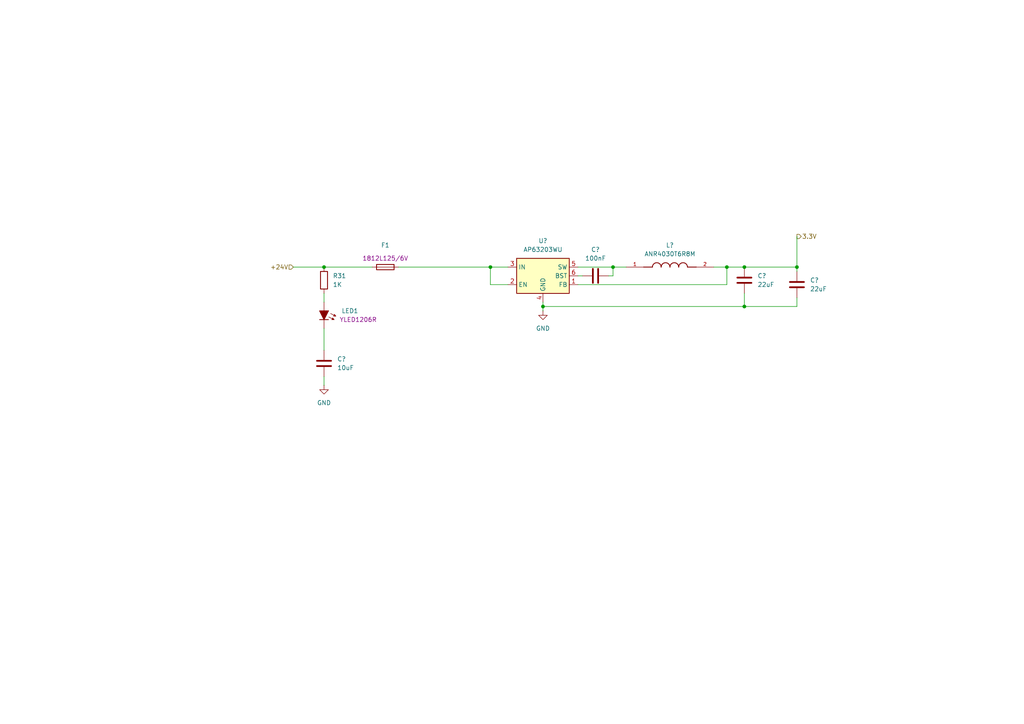
<source format=kicad_sch>
(kicad_sch
	(version 20250114)
	(generator "eeschema")
	(generator_version "9.0")
	(uuid "dd1d3460-8548-495b-9f16-98ec10e59d49")
	(paper "A4")
	(lib_symbols
		(symbol "Device:Fuse"
			(pin_numbers
				(hide yes)
			)
			(pin_names
				(offset 0)
			)
			(exclude_from_sim no)
			(in_bom yes)
			(on_board yes)
			(property "Reference" "F"
				(at 2.032 0 90)
				(effects
					(font
						(size 1.27 1.27)
					)
				)
			)
			(property "Value" "Fuse"
				(at -1.905 0 90)
				(effects
					(font
						(size 1.27 1.27)
					)
				)
			)
			(property "Footprint" ""
				(at -1.778 0 90)
				(effects
					(font
						(size 1.27 1.27)
					)
					(hide yes)
				)
			)
			(property "Datasheet" "~"
				(at 0 0 0)
				(effects
					(font
						(size 1.27 1.27)
					)
					(hide yes)
				)
			)
			(property "Description" "Fuse"
				(at 0 0 0)
				(effects
					(font
						(size 1.27 1.27)
					)
					(hide yes)
				)
			)
			(property "ki_keywords" "fuse"
				(at 0 0 0)
				(effects
					(font
						(size 1.27 1.27)
					)
					(hide yes)
				)
			)
			(property "ki_fp_filters" "*Fuse*"
				(at 0 0 0)
				(effects
					(font
						(size 1.27 1.27)
					)
					(hide yes)
				)
			)
			(symbol "Fuse_0_1"
				(rectangle
					(start -0.762 -2.54)
					(end 0.762 2.54)
					(stroke
						(width 0.254)
						(type default)
					)
					(fill
						(type none)
					)
				)
				(polyline
					(pts
						(xy 0 2.54) (xy 0 -2.54)
					)
					(stroke
						(width 0)
						(type default)
					)
					(fill
						(type none)
					)
				)
			)
			(symbol "Fuse_1_1"
				(pin passive line
					(at 0 3.81 270)
					(length 1.27)
					(name "~"
						(effects
							(font
								(size 1.27 1.27)
							)
						)
					)
					(number "1"
						(effects
							(font
								(size 1.27 1.27)
							)
						)
					)
				)
				(pin passive line
					(at 0 -3.81 90)
					(length 1.27)
					(name "~"
						(effects
							(font
								(size 1.27 1.27)
							)
						)
					)
					(number "2"
						(effects
							(font
								(size 1.27 1.27)
							)
						)
					)
				)
			)
			(embedded_fonts no)
		)
		(symbol "LED_AKL:LED_1.8mm_SMD"
			(pin_numbers
				(hide yes)
			)
			(pin_names
				(offset 1.016)
				(hide yes)
			)
			(exclude_from_sim no)
			(in_bom yes)
			(on_board yes)
			(property "Reference" "LED"
				(at 0 7.62 0)
				(effects
					(font
						(size 1.27 1.27)
					)
				)
			)
			(property "Value" "LED_1.8mm_SMD"
				(at 0 5.08 0)
				(effects
					(font
						(size 1.27 1.27)
					)
				)
			)
			(property "Footprint" "LED_SMD_AKL:LED_1.8mm_GullWing"
				(at 0 0 0)
				(effects
					(font
						(size 1.27 1.27)
					)
					(hide yes)
				)
			)
			(property "Datasheet" "~"
				(at 0 0 0)
				(effects
					(font
						(size 1.27 1.27)
					)
					(hide yes)
				)
			)
			(property "Description" "LED, Generic 1.8mm SMD subminiature gull wing, Alternate KiCad Library"
				(at 0 0 0)
				(effects
					(font
						(size 1.27 1.27)
					)
					(hide yes)
				)
			)
			(property "ki_keywords" "LED diode generic 1.8mm SMD gull wing subminiature"
				(at 0 0 0)
				(effects
					(font
						(size 1.27 1.27)
					)
					(hide yes)
				)
			)
			(property "ki_fp_filters" "LED* LED_SMD:* LED_THT:*"
				(at 0 0 0)
				(effects
					(font
						(size 1.27 1.27)
					)
					(hide yes)
				)
			)
			(symbol "LED_1.8mm_SMD_0_1"
				(polyline
					(pts
						(xy -1.27 1.27) (xy -1.27 -1.27) (xy 1.27 0) (xy -1.27 1.27)
					)
					(stroke
						(width 0.254)
						(type default)
					)
					(fill
						(type outline)
					)
				)
				(polyline
					(pts
						(xy -0.508 1.905) (xy 0.254 3.429)
					)
					(stroke
						(width 0.1524)
						(type default)
					)
					(fill
						(type none)
					)
				)
				(polyline
					(pts
						(xy 0 2.921) (xy -0.254 3.048)
					)
					(stroke
						(width 0.1524)
						(type default)
					)
					(fill
						(type none)
					)
				)
				(polyline
					(pts
						(xy 0 2.921) (xy 0.254 2.794)
					)
					(stroke
						(width 0.1524)
						(type default)
					)
					(fill
						(type none)
					)
				)
				(polyline
					(pts
						(xy 0.254 2.794) (xy -0.254 3.048) (xy 0.254 3.429) (xy 0.254 2.794)
					)
					(stroke
						(width 0.1524)
						(type default)
					)
					(fill
						(type outline)
					)
				)
				(polyline
					(pts
						(xy 0.508 1.397) (xy 1.27 2.921)
					)
					(stroke
						(width 0.1524)
						(type default)
					)
					(fill
						(type none)
					)
				)
				(polyline
					(pts
						(xy 1.016 2.413) (xy 0.762 2.54)
					)
					(stroke
						(width 0.1524)
						(type default)
					)
					(fill
						(type none)
					)
				)
				(polyline
					(pts
						(xy 1.016 2.413) (xy 1.27 2.286)
					)
					(stroke
						(width 0.1524)
						(type default)
					)
					(fill
						(type none)
					)
				)
				(polyline
					(pts
						(xy 1.27 2.286) (xy 0.762 2.54) (xy 1.27 2.921) (xy 1.27 2.286)
					)
					(stroke
						(width 0.1524)
						(type default)
					)
					(fill
						(type outline)
					)
				)
				(polyline
					(pts
						(xy 1.27 1.27) (xy 1.27 -1.27)
					)
					(stroke
						(width 0.254)
						(type default)
					)
					(fill
						(type none)
					)
				)
				(polyline
					(pts
						(xy 1.27 0) (xy -1.27 0)
					)
					(stroke
						(width 0)
						(type default)
					)
					(fill
						(type none)
					)
				)
			)
			(symbol "LED_1.8mm_SMD_0_2"
				(polyline
					(pts
						(xy -2.54 -2.54) (xy 2.54 2.54)
					)
					(stroke
						(width 0)
						(type default)
					)
					(fill
						(type none)
					)
				)
				(polyline
					(pts
						(xy -2.159 2.413) (xy -2.286 1.778) (xy -1.6764 1.9812) (xy -2.159 2.413)
					)
					(stroke
						(width 0)
						(type default)
					)
					(fill
						(type outline)
					)
				)
				(polyline
					(pts
						(xy -1.651 0.889) (xy -2.159 2.413)
					)
					(stroke
						(width 0)
						(type default)
					)
					(fill
						(type none)
					)
				)
				(polyline
					(pts
						(xy -1.016 2.794) (xy -1.143 2.159) (xy -0.5334 2.3622) (xy -1.016 2.794)
					)
					(stroke
						(width 0)
						(type default)
					)
					(fill
						(type outline)
					)
				)
				(polyline
					(pts
						(xy -0.889 -0.889) (xy -1.778 0) (xy 0.889 0.889) (xy 0 -1.778) (xy -0.889 -0.889)
					)
					(stroke
						(width 0.254)
						(type default)
					)
					(fill
						(type outline)
					)
				)
				(polyline
					(pts
						(xy -0.508 1.27) (xy -1.016 2.794)
					)
					(stroke
						(width 0)
						(type default)
					)
					(fill
						(type none)
					)
				)
				(polyline
					(pts
						(xy 0 1.778) (xy 1.778 0)
					)
					(stroke
						(width 0.254)
						(type default)
					)
					(fill
						(type none)
					)
				)
			)
			(symbol "LED_1.8mm_SMD_1_1"
				(pin passive line
					(at -3.81 0 0)
					(length 2.54)
					(name "A"
						(effects
							(font
								(size 1.27 1.27)
							)
						)
					)
					(number "2"
						(effects
							(font
								(size 1.27 1.27)
							)
						)
					)
				)
				(pin passive line
					(at 3.81 0 180)
					(length 2.54)
					(name "K"
						(effects
							(font
								(size 1.27 1.27)
							)
						)
					)
					(number "1"
						(effects
							(font
								(size 1.27 1.27)
							)
						)
					)
				)
			)
			(symbol "LED_1.8mm_SMD_1_2"
				(pin passive line
					(at -2.54 -2.54 0)
					(length 0)
					(name "A"
						(effects
							(font
								(size 1.27 1.27)
							)
						)
					)
					(number "2"
						(effects
							(font
								(size 1.27 1.27)
							)
						)
					)
				)
				(pin passive line
					(at 2.54 2.54 180)
					(length 0)
					(name "K"
						(effects
							(font
								(size 1.27 1.27)
							)
						)
					)
					(number "1"
						(effects
							(font
								(size 1.27 1.27)
							)
						)
					)
				)
			)
			(embedded_fonts no)
		)
		(symbol "NR6028T4R7M:NR6028T4R7M"
			(pin_names
				(offset 1.016)
			)
			(exclude_from_sim no)
			(in_bom yes)
			(on_board yes)
			(property "Reference" "L"
				(at -5.08 2.54 0)
				(effects
					(font
						(size 1.27 1.27)
					)
					(justify left bottom)
				)
			)
			(property "Value" "NR6028T4R7M"
				(at -5.08 -2.54 0)
				(effects
					(font
						(size 1.27 1.27)
					)
					(justify left bottom)
				)
			)
			(property "Footprint" "NR6028T4R7M:IND_NR6028T4R7M"
				(at 0 0 0)
				(effects
					(font
						(size 1.27 1.27)
					)
					(justify bottom)
					(hide yes)
				)
			)
			(property "Datasheet" ""
				(at 0 0 0)
				(effects
					(font
						(size 1.27 1.27)
					)
					(hide yes)
				)
			)
			(property "Description" ""
				(at 0 0 0)
				(effects
					(font
						(size 1.27 1.27)
					)
					(hide yes)
				)
			)
			(property "MF" "Taiyo Yuden"
				(at 0 0 0)
				(effects
					(font
						(size 1.27 1.27)
					)
					(justify bottom)
					(hide yes)
				)
			)
			(property "Description_1" "4.7 µH Semi-Shielded Drum Core, Wirewound Inductor 3 A 40.3mOhm Max Nonstandard"
				(at 0 0 0)
				(effects
					(font
						(size 1.27 1.27)
					)
					(justify bottom)
					(hide yes)
				)
			)
			(property "Package" "Nonstandard Taiyo Yuden"
				(at 0 0 0)
				(effects
					(font
						(size 1.27 1.27)
					)
					(justify bottom)
					(hide yes)
				)
			)
			(property "Price" "None"
				(at 0 0 0)
				(effects
					(font
						(size 1.27 1.27)
					)
					(justify bottom)
					(hide yes)
				)
			)
			(property "Check_prices" "https://www.snapeda.com/parts/NR6028T4R7M/Taiyo+Yuden/view-part/?ref=eda"
				(at 0 0 0)
				(effects
					(font
						(size 1.27 1.27)
					)
					(justify bottom)
					(hide yes)
				)
			)
			(property "STANDARD" "Manufacturer Recommendation"
				(at 0 0 0)
				(effects
					(font
						(size 1.27 1.27)
					)
					(justify bottom)
					(hide yes)
				)
			)
			(property "SnapEDA_Link" "https://www.snapeda.com/parts/NR6028T4R7M/Taiyo+Yuden/view-part/?ref=snap"
				(at 0 0 0)
				(effects
					(font
						(size 1.27 1.27)
					)
					(justify bottom)
					(hide yes)
				)
			)
			(property "MP" "NR6028T4R7M"
				(at 0 0 0)
				(effects
					(font
						(size 1.27 1.27)
					)
					(justify bottom)
					(hide yes)
				)
			)
			(property "Availability" "In Stock"
				(at 0 0 0)
				(effects
					(font
						(size 1.27 1.27)
					)
					(justify bottom)
					(hide yes)
				)
			)
			(property "MANUFACTURER" "Taiyo Yuden"
				(at 0 0 0)
				(effects
					(font
						(size 1.27 1.27)
					)
					(justify bottom)
					(hide yes)
				)
			)
			(symbol "NR6028T4R7M_0_0"
				(polyline
					(pts
						(xy -5.08 0) (xy -7.62 0)
					)
					(stroke
						(width 0.254)
						(type default)
					)
					(fill
						(type none)
					)
				)
				(arc
					(start -5.08 0)
					(mid -3.81 1.2645)
					(end -2.54 0)
					(stroke
						(width 0.254)
						(type default)
					)
					(fill
						(type none)
					)
				)
				(arc
					(start -2.54 0)
					(mid -1.27 1.2645)
					(end 0 0)
					(stroke
						(width 0.254)
						(type default)
					)
					(fill
						(type none)
					)
				)
				(arc
					(start 0 0)
					(mid 1.27 1.2645)
					(end 2.54 0)
					(stroke
						(width 0.254)
						(type default)
					)
					(fill
						(type none)
					)
				)
				(arc
					(start 2.54 0)
					(mid 3.81 1.2645)
					(end 5.08 0)
					(stroke
						(width 0.254)
						(type default)
					)
					(fill
						(type none)
					)
				)
				(polyline
					(pts
						(xy 5.08 0) (xy 7.62 0)
					)
					(stroke
						(width 0.254)
						(type default)
					)
					(fill
						(type none)
					)
				)
				(pin passive line
					(at -12.7 0 0)
					(length 5.08)
					(name "~"
						(effects
							(font
								(size 1.016 1.016)
							)
						)
					)
					(number "1"
						(effects
							(font
								(size 1.016 1.016)
							)
						)
					)
				)
				(pin passive line
					(at 12.7 0 180)
					(length 5.08)
					(name "~"
						(effects
							(font
								(size 1.016 1.016)
							)
						)
					)
					(number "2"
						(effects
							(font
								(size 1.016 1.016)
							)
						)
					)
				)
			)
			(embedded_fonts no)
		)
		(symbol "PCM_Capacitor_AKL:C_0603"
			(pin_numbers
				(hide yes)
			)
			(pin_names
				(offset 0.254)
			)
			(exclude_from_sim no)
			(in_bom yes)
			(on_board yes)
			(property "Reference" "C"
				(at 0.635 2.54 0)
				(effects
					(font
						(size 1.27 1.27)
					)
					(justify left)
				)
			)
			(property "Value" "C_0603"
				(at 0.635 -2.54 0)
				(effects
					(font
						(size 1.27 1.27)
					)
					(justify left)
				)
			)
			(property "Footprint" "PCM_Capacitor_SMD_AKL:C_0603_1608Metric"
				(at 0.9652 -3.81 0)
				(effects
					(font
						(size 1.27 1.27)
					)
					(hide yes)
				)
			)
			(property "Datasheet" "~"
				(at 0 0 0)
				(effects
					(font
						(size 1.27 1.27)
					)
					(hide yes)
				)
			)
			(property "Description" "SMD 0603 MLCC capacitor, Alternate KiCad Library"
				(at 0 0 0)
				(effects
					(font
						(size 1.27 1.27)
					)
					(hide yes)
				)
			)
			(property "ki_keywords" "cap capacitor ceramic chip mlcc smd 0603"
				(at 0 0 0)
				(effects
					(font
						(size 1.27 1.27)
					)
					(hide yes)
				)
			)
			(property "ki_fp_filters" "C_*"
				(at 0 0 0)
				(effects
					(font
						(size 1.27 1.27)
					)
					(hide yes)
				)
			)
			(symbol "C_0603_0_1"
				(polyline
					(pts
						(xy -2.032 0.762) (xy 2.032 0.762)
					)
					(stroke
						(width 0.508)
						(type default)
					)
					(fill
						(type none)
					)
				)
				(polyline
					(pts
						(xy -2.032 -0.762) (xy 2.032 -0.762)
					)
					(stroke
						(width 0.508)
						(type default)
					)
					(fill
						(type none)
					)
				)
			)
			(symbol "C_0603_0_2"
				(polyline
					(pts
						(xy -2.54 -2.54) (xy -0.381 -0.381)
					)
					(stroke
						(width 0)
						(type default)
					)
					(fill
						(type none)
					)
				)
				(polyline
					(pts
						(xy -0.508 -0.508) (xy -1.651 0.635)
					)
					(stroke
						(width 0.508)
						(type default)
					)
					(fill
						(type none)
					)
				)
				(polyline
					(pts
						(xy -0.508 -0.508) (xy 0.635 -1.651)
					)
					(stroke
						(width 0.508)
						(type default)
					)
					(fill
						(type none)
					)
				)
				(polyline
					(pts
						(xy 0.381 0.381) (xy 2.54 2.54)
					)
					(stroke
						(width 0)
						(type default)
					)
					(fill
						(type none)
					)
				)
				(polyline
					(pts
						(xy 0.508 0.508) (xy -0.635 1.651)
					)
					(stroke
						(width 0.508)
						(type default)
					)
					(fill
						(type none)
					)
				)
				(polyline
					(pts
						(xy 0.508 0.508) (xy 1.651 -0.635)
					)
					(stroke
						(width 0.508)
						(type default)
					)
					(fill
						(type none)
					)
				)
			)
			(symbol "C_0603_1_1"
				(pin passive line
					(at 0 3.81 270)
					(length 2.794)
					(name "~"
						(effects
							(font
								(size 1.27 1.27)
							)
						)
					)
					(number "1"
						(effects
							(font
								(size 1.27 1.27)
							)
						)
					)
				)
				(pin passive line
					(at 0 -3.81 90)
					(length 2.794)
					(name "~"
						(effects
							(font
								(size 1.27 1.27)
							)
						)
					)
					(number "2"
						(effects
							(font
								(size 1.27 1.27)
							)
						)
					)
				)
			)
			(symbol "C_0603_1_2"
				(pin passive line
					(at -2.54 -2.54 90)
					(length 0)
					(name "~"
						(effects
							(font
								(size 1.27 1.27)
							)
						)
					)
					(number "2"
						(effects
							(font
								(size 1.27 1.27)
							)
						)
					)
				)
				(pin passive line
					(at 2.54 2.54 270)
					(length 0)
					(name "~"
						(effects
							(font
								(size 1.27 1.27)
							)
						)
					)
					(number "1"
						(effects
							(font
								(size 1.27 1.27)
							)
						)
					)
				)
			)
			(embedded_fonts no)
		)
		(symbol "Regulator_Switching:AP63203WU"
			(exclude_from_sim no)
			(in_bom yes)
			(on_board yes)
			(property "Reference" "U"
				(at -7.62 6.35 0)
				(effects
					(font
						(size 1.27 1.27)
					)
				)
			)
			(property "Value" "AP63203WU"
				(at 2.54 6.35 0)
				(effects
					(font
						(size 1.27 1.27)
					)
				)
			)
			(property "Footprint" "Package_TO_SOT_SMD:TSOT-23-6"
				(at 0 -22.86 0)
				(effects
					(font
						(size 1.27 1.27)
					)
					(hide yes)
				)
			)
			(property "Datasheet" "https://www.diodes.com/assets/Datasheets/AP63200-AP63201-AP63203-AP63205.pdf"
				(at 0 0 0)
				(effects
					(font
						(size 1.27 1.27)
					)
					(hide yes)
				)
			)
			(property "Description" "2A, 1.1MHz Buck DC/DC Converter, fixed 3.3V output voltage, TSOT-23-6"
				(at 0 0 0)
				(effects
					(font
						(size 1.27 1.27)
					)
					(hide yes)
				)
			)
			(property "ki_keywords" "2A Buck DC/DC"
				(at 0 0 0)
				(effects
					(font
						(size 1.27 1.27)
					)
					(hide yes)
				)
			)
			(property "ki_fp_filters" "TSOT?23*"
				(at 0 0 0)
				(effects
					(font
						(size 1.27 1.27)
					)
					(hide yes)
				)
			)
			(symbol "AP63203WU_0_1"
				(rectangle
					(start -7.62 5.08)
					(end 7.62 -5.08)
					(stroke
						(width 0.254)
						(type default)
					)
					(fill
						(type background)
					)
				)
			)
			(symbol "AP63203WU_1_1"
				(pin power_in line
					(at -10.16 2.54 0)
					(length 2.54)
					(name "IN"
						(effects
							(font
								(size 1.27 1.27)
							)
						)
					)
					(number "3"
						(effects
							(font
								(size 1.27 1.27)
							)
						)
					)
				)
				(pin input line
					(at -10.16 -2.54 0)
					(length 2.54)
					(name "EN"
						(effects
							(font
								(size 1.27 1.27)
							)
						)
					)
					(number "2"
						(effects
							(font
								(size 1.27 1.27)
							)
						)
					)
				)
				(pin power_in line
					(at 0 -7.62 90)
					(length 2.54)
					(name "GND"
						(effects
							(font
								(size 1.27 1.27)
							)
						)
					)
					(number "4"
						(effects
							(font
								(size 1.27 1.27)
							)
						)
					)
				)
				(pin output line
					(at 10.16 2.54 180)
					(length 2.54)
					(name "SW"
						(effects
							(font
								(size 1.27 1.27)
							)
						)
					)
					(number "5"
						(effects
							(font
								(size 1.27 1.27)
							)
						)
					)
				)
				(pin passive line
					(at 10.16 0 180)
					(length 2.54)
					(name "BST"
						(effects
							(font
								(size 1.27 1.27)
							)
						)
					)
					(number "6"
						(effects
							(font
								(size 1.27 1.27)
							)
						)
					)
				)
				(pin input line
					(at 10.16 -2.54 180)
					(length 2.54)
					(name "FB"
						(effects
							(font
								(size 1.27 1.27)
							)
						)
					)
					(number "1"
						(effects
							(font
								(size 1.27 1.27)
							)
						)
					)
				)
			)
			(embedded_fonts no)
		)
		(symbol "Resistor_AKL:R_0603"
			(pin_numbers
				(hide yes)
			)
			(pin_names
				(offset 0)
			)
			(exclude_from_sim no)
			(in_bom yes)
			(on_board yes)
			(property "Reference" "R"
				(at 2.54 1.27 0)
				(effects
					(font
						(size 1.27 1.27)
					)
					(justify left)
				)
			)
			(property "Value" "R_0603"
				(at 2.54 -1.27 0)
				(effects
					(font
						(size 1.27 1.27)
					)
					(justify left)
				)
			)
			(property "Footprint" "Resistor_SMD_AKL:R_0603_1608Metric"
				(at 0 -11.43 0)
				(effects
					(font
						(size 1.27 1.27)
					)
					(hide yes)
				)
			)
			(property "Datasheet" "~"
				(at 0 0 0)
				(effects
					(font
						(size 1.27 1.27)
					)
					(hide yes)
				)
			)
			(property "Description" "SMD 0603 Chip Resistor, European Symbol, Alternate KiCad Library"
				(at 0 0 0)
				(effects
					(font
						(size 1.27 1.27)
					)
					(hide yes)
				)
			)
			(property "ki_keywords" "R res resistor eu SMD 0603"
				(at 0 0 0)
				(effects
					(font
						(size 1.27 1.27)
					)
					(hide yes)
				)
			)
			(property "ki_fp_filters" "R_*"
				(at 0 0 0)
				(effects
					(font
						(size 1.27 1.27)
					)
					(hide yes)
				)
			)
			(symbol "R_0603_0_1"
				(rectangle
					(start -1.016 2.54)
					(end 1.016 -2.54)
					(stroke
						(width 0.254)
						(type default)
					)
					(fill
						(type none)
					)
				)
			)
			(symbol "R_0603_0_2"
				(polyline
					(pts
						(xy -2.54 -2.54) (xy -1.524 -1.524)
					)
					(stroke
						(width 0)
						(type default)
					)
					(fill
						(type none)
					)
				)
				(polyline
					(pts
						(xy 1.524 1.524) (xy 2.54 2.54)
					)
					(stroke
						(width 0)
						(type default)
					)
					(fill
						(type none)
					)
				)
				(polyline
					(pts
						(xy 1.524 1.524) (xy 0.889 2.159) (xy -2.159 -0.889) (xy -0.889 -2.159) (xy 2.159 0.889) (xy 1.524 1.524)
					)
					(stroke
						(width 0.254)
						(type default)
					)
					(fill
						(type none)
					)
				)
			)
			(symbol "R_0603_1_1"
				(pin passive line
					(at 0 3.81 270)
					(length 1.27)
					(name "~"
						(effects
							(font
								(size 1.27 1.27)
							)
						)
					)
					(number "1"
						(effects
							(font
								(size 1.27 1.27)
							)
						)
					)
				)
				(pin passive line
					(at 0 -3.81 90)
					(length 1.27)
					(name "~"
						(effects
							(font
								(size 1.27 1.27)
							)
						)
					)
					(number "2"
						(effects
							(font
								(size 1.27 1.27)
							)
						)
					)
				)
			)
			(symbol "R_0603_1_2"
				(pin passive line
					(at -2.54 -2.54 0)
					(length 0)
					(name ""
						(effects
							(font
								(size 1.27 1.27)
							)
						)
					)
					(number "2"
						(effects
							(font
								(size 1.27 1.27)
							)
						)
					)
				)
				(pin passive line
					(at 2.54 2.54 180)
					(length 0)
					(name ""
						(effects
							(font
								(size 1.27 1.27)
							)
						)
					)
					(number "1"
						(effects
							(font
								(size 1.27 1.27)
							)
						)
					)
				)
			)
			(embedded_fonts no)
		)
		(symbol "power:GND"
			(power)
			(pin_numbers
				(hide yes)
			)
			(pin_names
				(offset 0)
				(hide yes)
			)
			(exclude_from_sim no)
			(in_bom yes)
			(on_board yes)
			(property "Reference" "#PWR"
				(at 0 -6.35 0)
				(effects
					(font
						(size 1.27 1.27)
					)
					(hide yes)
				)
			)
			(property "Value" "GND"
				(at 0 -3.81 0)
				(effects
					(font
						(size 1.27 1.27)
					)
				)
			)
			(property "Footprint" ""
				(at 0 0 0)
				(effects
					(font
						(size 1.27 1.27)
					)
					(hide yes)
				)
			)
			(property "Datasheet" ""
				(at 0 0 0)
				(effects
					(font
						(size 1.27 1.27)
					)
					(hide yes)
				)
			)
			(property "Description" "Power symbol creates a global label with name \"GND\" , ground"
				(at 0 0 0)
				(effects
					(font
						(size 1.27 1.27)
					)
					(hide yes)
				)
			)
			(property "ki_keywords" "global power"
				(at 0 0 0)
				(effects
					(font
						(size 1.27 1.27)
					)
					(hide yes)
				)
			)
			(symbol "GND_0_1"
				(polyline
					(pts
						(xy 0 0) (xy 0 -1.27) (xy 1.27 -1.27) (xy 0 -2.54) (xy -1.27 -1.27) (xy 0 -1.27)
					)
					(stroke
						(width 0)
						(type default)
					)
					(fill
						(type none)
					)
				)
			)
			(symbol "GND_1_1"
				(pin power_in line
					(at 0 0 270)
					(length 0)
					(name "~"
						(effects
							(font
								(size 1.27 1.27)
							)
						)
					)
					(number "1"
						(effects
							(font
								(size 1.27 1.27)
							)
						)
					)
				)
			)
			(embedded_fonts no)
		)
	)
	(junction
		(at 142.24 77.47)
		(diameter 0)
		(color 0 0 0 0)
		(uuid "1294dacd-0acf-4a3b-aecf-59f4f7826dfa")
	)
	(junction
		(at 231.14 77.47)
		(diameter 0)
		(color 0 0 0 0)
		(uuid "2007864e-47bd-485a-b358-3fb23fa46db6")
	)
	(junction
		(at 215.9 77.47)
		(diameter 0)
		(color 0 0 0 0)
		(uuid "451583e7-9d7d-43a3-93ed-ccbbfc3a477f")
	)
	(junction
		(at 210.82 77.47)
		(diameter 0)
		(color 0 0 0 0)
		(uuid "5a4da7ca-b2c0-4ac3-aeeb-c33549b6a2d7")
	)
	(junction
		(at 177.8 77.47)
		(diameter 0)
		(color 0 0 0 0)
		(uuid "837bcb00-2d54-4778-b769-c9ee1f884a12")
	)
	(junction
		(at 215.9 88.9)
		(diameter 0)
		(color 0 0 0 0)
		(uuid "c3a4b663-54ef-44b8-8d12-acdf47b36c5a")
	)
	(junction
		(at 157.48 88.9)
		(diameter 0)
		(color 0 0 0 0)
		(uuid "ea2523d1-f55e-4e13-8ac0-afb934ab4b43")
	)
	(junction
		(at 93.98 77.47)
		(diameter 0)
		(color 0 0 0 0)
		(uuid "ffa18bae-c52d-42f1-be8d-c858797335b4")
	)
	(wire
		(pts
			(xy 210.82 77.47) (xy 215.9 77.47)
		)
		(stroke
			(width 0)
			(type default)
		)
		(uuid "11f2b7b2-b026-4973-9882-aa590080ba4e")
	)
	(wire
		(pts
			(xy 142.24 82.55) (xy 142.24 77.47)
		)
		(stroke
			(width 0)
			(type default)
		)
		(uuid "2f1bca4b-5f36-4cb6-b015-560527be4eb3")
	)
	(wire
		(pts
			(xy 231.14 86.36) (xy 231.14 88.9)
		)
		(stroke
			(width 0)
			(type default)
		)
		(uuid "3159c879-6321-48c1-876f-356ef8f9d89e")
	)
	(wire
		(pts
			(xy 210.82 82.55) (xy 210.82 77.47)
		)
		(stroke
			(width 0)
			(type default)
		)
		(uuid "32f97294-d005-4387-8239-be2b707da498")
	)
	(wire
		(pts
			(xy 115.57 77.47) (xy 142.24 77.47)
		)
		(stroke
			(width 0)
			(type default)
		)
		(uuid "41c3fb47-1d00-4d01-a40b-0105e3a4f406")
	)
	(wire
		(pts
			(xy 177.8 77.47) (xy 181.61 77.47)
		)
		(stroke
			(width 0)
			(type default)
		)
		(uuid "578df1a2-e74b-453e-a720-5458bae509bc")
	)
	(wire
		(pts
			(xy 93.98 77.47) (xy 107.95 77.47)
		)
		(stroke
			(width 0)
			(type default)
		)
		(uuid "5cd9f0ed-088d-44bb-af11-121a2a439ffe")
	)
	(wire
		(pts
			(xy 167.64 82.55) (xy 210.82 82.55)
		)
		(stroke
			(width 0)
			(type default)
		)
		(uuid "5d890766-d41f-41d7-8b4c-58ce2e4aa35a")
	)
	(wire
		(pts
			(xy 231.14 78.74) (xy 231.14 77.47)
		)
		(stroke
			(width 0)
			(type default)
		)
		(uuid "63e55832-9c34-4930-a279-1cb5c71798d9")
	)
	(wire
		(pts
			(xy 231.14 77.47) (xy 215.9 77.47)
		)
		(stroke
			(width 0)
			(type default)
		)
		(uuid "648fe705-cef9-4007-90dd-6490e3cd0b67")
	)
	(wire
		(pts
			(xy 147.32 82.55) (xy 142.24 82.55)
		)
		(stroke
			(width 0)
			(type default)
		)
		(uuid "66558d07-62e1-41cc-91e8-887a0afdf81c")
	)
	(wire
		(pts
			(xy 157.48 87.63) (xy 157.48 88.9)
		)
		(stroke
			(width 0)
			(type default)
		)
		(uuid "6b56a923-b823-4b2b-8fc8-324fbf6123ee")
	)
	(wire
		(pts
			(xy 93.98 85.09) (xy 93.98 87.63)
		)
		(stroke
			(width 0)
			(type default)
		)
		(uuid "76b7b0ce-3888-4f25-b95f-b56960f51d8f")
	)
	(wire
		(pts
			(xy 231.14 88.9) (xy 215.9 88.9)
		)
		(stroke
			(width 0)
			(type default)
		)
		(uuid "8e31d557-5857-41ad-8a3a-1d63a4be5d4c")
	)
	(wire
		(pts
			(xy 157.48 88.9) (xy 157.48 90.17)
		)
		(stroke
			(width 0)
			(type default)
		)
		(uuid "8e932811-3610-47ee-b7c6-01296ed0fa95")
	)
	(wire
		(pts
			(xy 177.8 80.01) (xy 177.8 77.47)
		)
		(stroke
			(width 0)
			(type default)
		)
		(uuid "9a0cfefd-6714-41bf-9e10-5025f880c5a3")
	)
	(wire
		(pts
			(xy 85.09 77.47) (xy 93.98 77.47)
		)
		(stroke
			(width 0)
			(type default)
		)
		(uuid "9d232a6c-bfb1-411b-81b6-56e7aae3a09c")
	)
	(wire
		(pts
			(xy 93.98 95.25) (xy 93.98 101.6)
		)
		(stroke
			(width 0)
			(type default)
		)
		(uuid "a773a870-7013-490f-ae4b-ff3f720fce9e")
	)
	(wire
		(pts
			(xy 93.98 109.22) (xy 93.98 111.76)
		)
		(stroke
			(width 0)
			(type default)
		)
		(uuid "b3070f03-4b7c-4e72-9187-cf37ab9f6c32")
	)
	(wire
		(pts
			(xy 176.53 80.01) (xy 177.8 80.01)
		)
		(stroke
			(width 0)
			(type default)
		)
		(uuid "bfea3392-e978-4aca-a253-adf444350078")
	)
	(wire
		(pts
			(xy 147.32 77.47) (xy 142.24 77.47)
		)
		(stroke
			(width 0)
			(type default)
		)
		(uuid "cb79d348-e66a-4ef9-9ae7-3f945ed38f2a")
	)
	(wire
		(pts
			(xy 167.64 80.01) (xy 168.91 80.01)
		)
		(stroke
			(width 0)
			(type default)
		)
		(uuid "d04d91e9-7fc3-42ca-87d5-762a6785f7a3")
	)
	(wire
		(pts
			(xy 215.9 85.09) (xy 215.9 88.9)
		)
		(stroke
			(width 0)
			(type default)
		)
		(uuid "dbd1f0f3-e3c8-4ee6-b125-7cd074564e09")
	)
	(wire
		(pts
			(xy 231.14 68.58) (xy 231.14 77.47)
		)
		(stroke
			(width 0)
			(type default)
		)
		(uuid "df3c8114-4948-4669-aa7e-839f5c598a34")
	)
	(wire
		(pts
			(xy 167.64 77.47) (xy 177.8 77.47)
		)
		(stroke
			(width 0)
			(type default)
		)
		(uuid "e06b46b0-f00c-4b78-9bba-3270e59ba65e")
	)
	(wire
		(pts
			(xy 207.01 77.47) (xy 210.82 77.47)
		)
		(stroke
			(width 0)
			(type default)
		)
		(uuid "f41e0fe4-c6c4-4d26-86f4-a9ec4c127948")
	)
	(wire
		(pts
			(xy 157.48 88.9) (xy 215.9 88.9)
		)
		(stroke
			(width 0)
			(type default)
		)
		(uuid "f98ca1b8-7528-4bd6-a03e-bcc10a5c7ebd")
	)
	(hierarchical_label "+24V"
		(shape input)
		(at 85.09 77.47 180)
		(effects
			(font
				(size 1.27 1.27)
			)
			(justify right)
		)
		(uuid "21b73ce4-e45e-4c1e-a6fa-c0cc0cb0e6f4")
	)
	(hierarchical_label "3.3V"
		(shape output)
		(at 231.14 68.58 0)
		(effects
			(font
				(size 1.27 1.27)
			)
			(justify left)
		)
		(uuid "de45d50c-d2b6-4916-927e-5ef2e0a34b2e")
	)
	(symbol
		(lib_id "power:GND")
		(at 157.48 90.17 0)
		(unit 1)
		(exclude_from_sim no)
		(in_bom yes)
		(on_board yes)
		(dnp no)
		(fields_autoplaced yes)
		(uuid "089cebc4-564c-4e78-8c72-a5d757a8fde7")
		(property "Reference" "#PWR?"
			(at 157.48 96.52 0)
			(effects
				(font
					(size 1.27 1.27)
				)
				(hide yes)
			)
		)
		(property "Value" "GND"
			(at 157.48 95.25 0)
			(effects
				(font
					(size 1.27 1.27)
				)
			)
		)
		(property "Footprint" ""
			(at 157.48 90.17 0)
			(effects
				(font
					(size 1.27 1.27)
				)
				(hide yes)
			)
		)
		(property "Datasheet" ""
			(at 157.48 90.17 0)
			(effects
				(font
					(size 1.27 1.27)
				)
				(hide yes)
			)
		)
		(property "Description" "Power symbol creates a global label with name \"GND\" , ground"
			(at 157.48 90.17 0)
			(effects
				(font
					(size 1.27 1.27)
				)
				(hide yes)
			)
		)
		(pin "1"
			(uuid "4b15f404-fab7-40d8-9bc6-e9135dd3c67a")
		)
		(instances
			(project "PLC4Uni FelipeLG"
				(path "/65c875c0-73bd-43df-b6cd-4a685398cace/3b453a73-5bb7-4645-a7e8-6e186968fa05/de35c4cd-dec3-4999-96c6-2b4bc5552c34"
					(reference "#PWR?")
					(unit 1)
				)
			)
		)
	)
	(symbol
		(lib_id "PCM_Capacitor_AKL:C_0603")
		(at 231.14 82.55 0)
		(unit 1)
		(exclude_from_sim no)
		(in_bom yes)
		(on_board yes)
		(dnp no)
		(fields_autoplaced yes)
		(uuid "3b3dcecd-f114-4234-b3c2-0777054e3ede")
		(property "Reference" "C?"
			(at 234.95 81.2799 0)
			(effects
				(font
					(size 1.27 1.27)
				)
				(justify left)
			)
		)
		(property "Value" "22uF"
			(at 234.95 83.8199 0)
			(effects
				(font
					(size 1.27 1.27)
				)
				(justify left)
			)
		)
		(property "Footprint" "PCM_Capacitor_SMD_AKL:C_1206_3216Metric"
			(at 232.1052 86.36 0)
			(effects
				(font
					(size 1.27 1.27)
				)
				(hide yes)
			)
		)
		(property "Datasheet" "~"
			(at 231.14 82.55 0)
			(effects
				(font
					(size 1.27 1.27)
				)
				(hide yes)
			)
		)
		(property "Description" "SMD 0603 MLCC capacitor, Alternate KiCad Library"
			(at 231.14 82.55 0)
			(effects
				(font
					(size 1.27 1.27)
				)
				(hide yes)
			)
		)
		(property "Voltaje " "10V"
			(at 231.14 82.55 0)
			(effects
				(font
					(size 1.27 1.27)
				)
				(hide yes)
			)
		)
		(property "LCSC" "C7472972"
			(at 231.14 82.55 0)
			(effects
				(font
					(size 1.27 1.27)
				)
				(hide yes)
			)
		)
		(pin "1"
			(uuid "303ad612-0a0a-4138-8ea1-d1a976c790fa")
		)
		(pin "2"
			(uuid "7389f2f9-bed3-4c63-b83b-95abce275391")
		)
		(instances
			(project "PLC4Uni FelipeLG"
				(path "/65c875c0-73bd-43df-b6cd-4a685398cace/3b453a73-5bb7-4645-a7e8-6e186968fa05/de35c4cd-dec3-4999-96c6-2b4bc5552c34"
					(reference "C?")
					(unit 1)
				)
			)
		)
	)
	(symbol
		(lib_id "PCM_Capacitor_AKL:C_0603")
		(at 215.9 81.28 0)
		(unit 1)
		(exclude_from_sim no)
		(in_bom yes)
		(on_board yes)
		(dnp no)
		(uuid "3ff61152-cd3e-44ae-bcd0-c2924c7d22b5")
		(property "Reference" "C?"
			(at 219.71 80.0099 0)
			(effects
				(font
					(size 1.27 1.27)
				)
				(justify left)
			)
		)
		(property "Value" "22uF"
			(at 219.71 82.5499 0)
			(effects
				(font
					(size 1.27 1.27)
				)
				(justify left)
			)
		)
		(property "Footprint" "PCM_Capacitor_SMD_AKL:C_1206_3216Metric"
			(at 216.8652 85.09 0)
			(effects
				(font
					(size 1.27 1.27)
				)
				(hide yes)
			)
		)
		(property "Datasheet" "~"
			(at 215.9 81.28 0)
			(effects
				(font
					(size 1.27 1.27)
				)
				(hide yes)
			)
		)
		(property "Description" "SMD 0603 MLCC capacitor, Alternate KiCad Library"
			(at 215.9 81.28 0)
			(effects
				(font
					(size 1.27 1.27)
				)
				(hide yes)
			)
		)
		(property "Field5" ""
			(at 215.9 81.28 0)
			(effects
				(font
					(size 1.27 1.27)
				)
				(hide yes)
			)
		)
		(property "Voltaje" "16V"
			(at 215.9 81.28 0)
			(effects
				(font
					(size 1.27 1.27)
				)
				(hide yes)
			)
		)
		(property "LCSC" "C7472972"
			(at 215.9 81.28 0)
			(effects
				(font
					(size 1.27 1.27)
				)
				(hide yes)
			)
		)
		(pin "1"
			(uuid "e6764878-bb31-4af4-b9ac-9c921038678b")
		)
		(pin "2"
			(uuid "162abbeb-6f72-4c26-9286-6afc956d061f")
		)
		(instances
			(project "PLC4Uni FelipeLG"
				(path "/65c875c0-73bd-43df-b6cd-4a685398cace/3b453a73-5bb7-4645-a7e8-6e186968fa05/de35c4cd-dec3-4999-96c6-2b4bc5552c34"
					(reference "C?")
					(unit 1)
				)
			)
		)
	)
	(symbol
		(lib_id "Device:Fuse")
		(at 111.76 77.47 270)
		(unit 1)
		(exclude_from_sim no)
		(in_bom yes)
		(on_board yes)
		(dnp no)
		(uuid "4d02d056-b8d1-4108-989f-a0904e0e00a1")
		(property "Reference" "F1"
			(at 111.76 71.12 90)
			(effects
				(font
					(size 1.27 1.27)
				)
			)
		)
		(property "Value" "Fuse"
			(at 111.76 73.66 90)
			(effects
				(font
					(size 1.27 1.27)
				)
				(hide yes)
			)
		)
		(property "Footprint" "Fuse:Fuse_0603_1608Metric"
			(at 111.76 75.692 90)
			(effects
				(font
					(size 1.27 1.27)
				)
				(hide yes)
			)
		)
		(property "Datasheet" "~"
			(at 111.76 77.47 0)
			(effects
				(font
					(size 1.27 1.27)
				)
				(hide yes)
			)
		)
		(property "Description" "Fuse"
			(at 111.76 77.47 0)
			(effects
				(font
					(size 1.27 1.27)
				)
				(hide yes)
			)
		)
		(property "Part number" "1812L125/6V"
			(at 111.76 74.93 90)
			(effects
				(font
					(size 1.27 1.27)
				)
			)
		)
		(pin "1"
			(uuid "177660d9-7775-41ef-a920-436b0076300c")
		)
		(pin "2"
			(uuid "b92741e1-d923-4fb0-adf6-62a68511c425")
		)
		(instances
			(project ""
				(path "/65c875c0-73bd-43df-b6cd-4a685398cace/3b453a73-5bb7-4645-a7e8-6e186968fa05/de35c4cd-dec3-4999-96c6-2b4bc5552c34"
					(reference "F1")
					(unit 1)
				)
			)
		)
	)
	(symbol
		(lib_id "NR6028T4R7M:NR6028T4R7M")
		(at 194.31 77.47 0)
		(unit 1)
		(exclude_from_sim no)
		(in_bom yes)
		(on_board yes)
		(dnp no)
		(fields_autoplaced yes)
		(uuid "656a6ba2-44ff-4d3f-93fc-72a6205de4ae")
		(property "Reference" "L?"
			(at 194.31 71.12 0)
			(effects
				(font
					(size 1.27 1.27)
				)
			)
		)
		(property "Value" "ANR4030T6R8M"
			(at 194.31 73.66 0)
			(effects
				(font
					(size 1.27 1.27)
				)
			)
		)
		(property "Footprint" "Inductor_SMD:L_APV_ANR4030"
			(at 194.31 77.47 0)
			(effects
				(font
					(size 1.27 1.27)
				)
				(justify bottom)
				(hide yes)
			)
		)
		(property "Datasheet" ""
			(at 194.31 77.47 0)
			(effects
				(font
					(size 1.27 1.27)
				)
				(hide yes)
			)
		)
		(property "Description" ""
			(at 194.31 77.47 0)
			(effects
				(font
					(size 1.27 1.27)
				)
				(hide yes)
			)
		)
		(property "MF" "Taiyo Yuden"
			(at 194.31 77.47 0)
			(effects
				(font
					(size 1.27 1.27)
				)
				(justify bottom)
				(hide yes)
			)
		)
		(property "Description_1" "4.7 µH Semi-Shielded Drum Core, Wirewound Inductor 3 A 40.3mOhm Max Nonstandard"
			(at 194.31 77.47 0)
			(effects
				(font
					(size 1.27 1.27)
				)
				(justify bottom)
				(hide yes)
			)
		)
		(property "Package" "Nonstandard Taiyo Yuden"
			(at 194.31 77.47 0)
			(effects
				(font
					(size 1.27 1.27)
				)
				(justify bottom)
				(hide yes)
			)
		)
		(property "Price" "None"
			(at 194.31 77.47 0)
			(effects
				(font
					(size 1.27 1.27)
				)
				(justify bottom)
				(hide yes)
			)
		)
		(property "Check_prices" "https://www.snapeda.com/parts/NR6028T4R7M/Taiyo+Yuden/view-part/?ref=eda"
			(at 194.31 77.47 0)
			(effects
				(font
					(size 1.27 1.27)
				)
				(justify bottom)
				(hide yes)
			)
		)
		(property "STANDARD" "Manufacturer Recommendation"
			(at 194.31 77.47 0)
			(effects
				(font
					(size 1.27 1.27)
				)
				(justify bottom)
				(hide yes)
			)
		)
		(property "SnapEDA_Link" "https://www.snapeda.com/parts/NR6028T4R7M/Taiyo+Yuden/view-part/?ref=snap"
			(at 194.31 77.47 0)
			(effects
				(font
					(size 1.27 1.27)
				)
				(justify bottom)
				(hide yes)
			)
		)
		(property "MP" "NR6028T4R7M"
			(at 194.31 77.47 0)
			(effects
				(font
					(size 1.27 1.27)
				)
				(justify bottom)
				(hide yes)
			)
		)
		(property "Availability" "In Stock"
			(at 194.31 77.47 0)
			(effects
				(font
					(size 1.27 1.27)
				)
				(justify bottom)
				(hide yes)
			)
		)
		(property "MANUFACTURER" "Taiyo Yuden"
			(at 194.31 77.47 0)
			(effects
				(font
					(size 1.27 1.27)
				)
				(justify bottom)
				(hide yes)
			)
		)
		(property "LCSC" "C77758"
			(at 194.31 77.47 0)
			(effects
				(font
					(size 1.27 1.27)
				)
				(hide yes)
			)
		)
		(pin "1"
			(uuid "e614d0cc-303b-451e-a0a8-30d448032a46")
		)
		(pin "2"
			(uuid "6d2b20a3-e447-46a9-86cb-d730f0333b28")
		)
		(instances
			(project "PLC4Uni FelipeLG"
				(path "/65c875c0-73bd-43df-b6cd-4a685398cace/3b453a73-5bb7-4645-a7e8-6e186968fa05/de35c4cd-dec3-4999-96c6-2b4bc5552c34"
					(reference "L?")
					(unit 1)
				)
			)
		)
	)
	(symbol
		(lib_id "PCM_Capacitor_AKL:C_0603")
		(at 172.72 80.01 90)
		(unit 1)
		(exclude_from_sim no)
		(in_bom yes)
		(on_board yes)
		(dnp no)
		(fields_autoplaced yes)
		(uuid "7cc383b1-2b74-4789-8544-d273b8143609")
		(property "Reference" "C?"
			(at 172.72 72.39 90)
			(effects
				(font
					(size 1.27 1.27)
				)
			)
		)
		(property "Value" "100nF"
			(at 172.72 74.93 90)
			(effects
				(font
					(size 1.27 1.27)
				)
			)
		)
		(property "Footprint" "PCM_Capacitor_SMD_AKL:C_0805_2012Metric"
			(at 176.53 79.0448 0)
			(effects
				(font
					(size 1.27 1.27)
				)
				(hide yes)
			)
		)
		(property "Datasheet" "~"
			(at 172.72 80.01 0)
			(effects
				(font
					(size 1.27 1.27)
				)
				(hide yes)
			)
		)
		(property "Description" "SMD 0603 MLCC capacitor, Alternate KiCad Library"
			(at 172.72 80.01 0)
			(effects
				(font
					(size 1.27 1.27)
				)
				(hide yes)
			)
		)
		(property "10V" ""
			(at 172.72 80.01 90)
			(effects
				(font
					(size 1.27 1.27)
				)
				(hide yes)
			)
		)
		(property "LCSC" "C519980"
			(at 172.72 80.01 90)
			(effects
				(font
					(size 1.27 1.27)
				)
				(hide yes)
			)
		)
		(pin "1"
			(uuid "e7e107b5-16e4-490f-9844-96b81f36a667")
		)
		(pin "2"
			(uuid "d3fb6d37-2908-4e3d-b11e-fd802e9f277d")
		)
		(instances
			(project "PLC4Uni FelipeLG"
				(path "/65c875c0-73bd-43df-b6cd-4a685398cace/3b453a73-5bb7-4645-a7e8-6e186968fa05/de35c4cd-dec3-4999-96c6-2b4bc5552c34"
					(reference "C?")
					(unit 1)
				)
			)
		)
	)
	(symbol
		(lib_id "power:GND")
		(at 93.98 111.76 0)
		(unit 1)
		(exclude_from_sim no)
		(in_bom yes)
		(on_board yes)
		(dnp no)
		(fields_autoplaced yes)
		(uuid "7f5e72d8-b134-4b7f-9684-51ef929a4e98")
		(property "Reference" "#PWR?"
			(at 93.98 118.11 0)
			(effects
				(font
					(size 1.27 1.27)
				)
				(hide yes)
			)
		)
		(property "Value" "GND"
			(at 93.98 116.84 0)
			(effects
				(font
					(size 1.27 1.27)
				)
			)
		)
		(property "Footprint" ""
			(at 93.98 111.76 0)
			(effects
				(font
					(size 1.27 1.27)
				)
				(hide yes)
			)
		)
		(property "Datasheet" ""
			(at 93.98 111.76 0)
			(effects
				(font
					(size 1.27 1.27)
				)
				(hide yes)
			)
		)
		(property "Description" "Power symbol creates a global label with name \"GND\" , ground"
			(at 93.98 111.76 0)
			(effects
				(font
					(size 1.27 1.27)
				)
				(hide yes)
			)
		)
		(pin "1"
			(uuid "825b1cc0-4f50-4698-9d6e-504417b9cf16")
		)
		(instances
			(project "PLC4Uni FelipeLG"
				(path "/65c875c0-73bd-43df-b6cd-4a685398cace/3b453a73-5bb7-4645-a7e8-6e186968fa05/de35c4cd-dec3-4999-96c6-2b4bc5552c34"
					(reference "#PWR?")
					(unit 1)
				)
			)
		)
	)
	(symbol
		(lib_id "LED_AKL:LED_1.8mm_SMD")
		(at 93.98 91.44 270)
		(unit 1)
		(exclude_from_sim no)
		(in_bom yes)
		(on_board yes)
		(dnp no)
		(uuid "a3dbf928-7baa-48c8-9267-bf03353fd15e")
		(property "Reference" "LED1"
			(at 99.06 90.1699 90)
			(effects
				(font
					(size 1.27 1.27)
				)
				(justify left)
			)
		)
		(property "Value" "LED_1.8mm_SMD"
			(at 99.06 92.7099 90)
			(effects
				(font
					(size 1.27 1.27)
				)
				(justify left)
				(hide yes)
			)
		)
		(property "Footprint" "LED_SMD_AKL:LED_1.8mm_GullWing"
			(at 93.98 91.44 0)
			(effects
				(font
					(size 1.27 1.27)
				)
				(hide yes)
			)
		)
		(property "Datasheet" "~"
			(at 93.98 91.44 0)
			(effects
				(font
					(size 1.27 1.27)
				)
				(hide yes)
			)
		)
		(property "Description" "LED, Generic 1.8mm SMD subminiature gull wing, Alternate KiCad Library"
			(at 93.98 91.44 0)
			(effects
				(font
					(size 1.27 1.27)
				)
				(hide yes)
			)
		)
		(property "Part number" "YLED1206R"
			(at 103.886 92.71 90)
			(effects
				(font
					(size 1.27 1.27)
				)
			)
		)
		(pin "2"
			(uuid "e2080f83-f1ed-4fd8-a635-b5e63dfec978")
		)
		(pin "1"
			(uuid "6581b940-4fbd-4d2a-9e52-84582e42203d")
		)
		(instances
			(project ""
				(path "/65c875c0-73bd-43df-b6cd-4a685398cace/3b453a73-5bb7-4645-a7e8-6e186968fa05/de35c4cd-dec3-4999-96c6-2b4bc5552c34"
					(reference "LED1")
					(unit 1)
				)
			)
		)
	)
	(symbol
		(lib_id "Regulator_Switching:AP63203WU")
		(at 157.48 80.01 0)
		(unit 1)
		(exclude_from_sim no)
		(in_bom yes)
		(on_board yes)
		(dnp no)
		(fields_autoplaced yes)
		(uuid "a91c3d8d-0077-44aa-83e1-509642055649")
		(property "Reference" "U?"
			(at 157.48 69.85 0)
			(effects
				(font
					(size 1.27 1.27)
				)
			)
		)
		(property "Value" "AP63203WU"
			(at 157.48 72.39 0)
			(effects
				(font
					(size 1.27 1.27)
				)
			)
		)
		(property "Footprint" "Package_TO_SOT_SMD:TSOT-23-6"
			(at 157.48 102.87 0)
			(effects
				(font
					(size 1.27 1.27)
				)
				(hide yes)
			)
		)
		(property "Datasheet" "https://www.diodes.com/assets/Datasheets/AP63200-AP63201-AP63203-AP63205.pdf"
			(at 157.48 80.01 0)
			(effects
				(font
					(size 1.27 1.27)
				)
				(hide yes)
			)
		)
		(property "Description" "2A, 1.1MHz Buck DC/DC Converter, fixed 3.3V output voltage, TSOT-23-6"
			(at 157.48 80.01 0)
			(effects
				(font
					(size 1.27 1.27)
				)
				(hide yes)
			)
		)
		(pin "1"
			(uuid "fd4653b3-ad32-4b82-874d-d2be2b70c66a")
		)
		(pin "2"
			(uuid "bfe4a7b9-a034-42e8-bb80-d445939cf058")
		)
		(pin "4"
			(uuid "5bfabfd0-3d07-4941-ad7b-b0f823d6b6c7")
		)
		(pin "5"
			(uuid "9fcbf20c-0410-443c-81ff-cb53a88c027d")
		)
		(pin "3"
			(uuid "a84e4d97-944d-42fc-a056-098c90e9c03e")
		)
		(pin "6"
			(uuid "0165d8be-2727-48c7-9a32-d03ec693bc45")
		)
		(instances
			(project "PLC4Uni FelipeLG"
				(path "/65c875c0-73bd-43df-b6cd-4a685398cace/3b453a73-5bb7-4645-a7e8-6e186968fa05/de35c4cd-dec3-4999-96c6-2b4bc5552c34"
					(reference "U?")
					(unit 1)
				)
			)
		)
	)
	(symbol
		(lib_id "PCM_Capacitor_AKL:C_0603")
		(at 93.98 105.41 0)
		(unit 1)
		(exclude_from_sim no)
		(in_bom yes)
		(on_board yes)
		(dnp no)
		(fields_autoplaced yes)
		(uuid "cd8877c3-cbdd-4e00-baca-d1821a6516d2")
		(property "Reference" "C?"
			(at 97.79 104.1399 0)
			(effects
				(font
					(size 1.27 1.27)
				)
				(justify left)
			)
		)
		(property "Value" "10uF"
			(at 97.79 106.6799 0)
			(effects
				(font
					(size 1.27 1.27)
				)
				(justify left)
			)
		)
		(property "Footprint" "PCM_Capacitor_SMD_AKL:C_1206_3216Metric"
			(at 94.9452 109.22 0)
			(effects
				(font
					(size 1.27 1.27)
				)
				(hide yes)
			)
		)
		(property "Datasheet" "~"
			(at 93.98 105.41 0)
			(effects
				(font
					(size 1.27 1.27)
				)
				(hide yes)
			)
		)
		(property "Description" "SMD 0603 MLCC capacitor, Alternate KiCad Library"
			(at 93.98 105.41 0)
			(effects
				(font
					(size 1.27 1.27)
				)
				(hide yes)
			)
		)
		(property "LCSC" "C89632"
			(at 93.98 105.41 0)
			(effects
				(font
					(size 1.27 1.27)
				)
				(hide yes)
			)
		)
		(pin "1"
			(uuid "6722291e-00dc-4df2-9ebc-61a924e7f34f")
		)
		(pin "2"
			(uuid "dd058243-f0d1-441f-8c17-b667cd2dffbd")
		)
		(instances
			(project "PLC4Uni FelipeLG"
				(path "/65c875c0-73bd-43df-b6cd-4a685398cace/3b453a73-5bb7-4645-a7e8-6e186968fa05/de35c4cd-dec3-4999-96c6-2b4bc5552c34"
					(reference "C?")
					(unit 1)
				)
			)
		)
	)
	(symbol
		(lib_id "Resistor_AKL:R_0603")
		(at 93.98 81.28 180)
		(unit 1)
		(exclude_from_sim no)
		(in_bom yes)
		(on_board yes)
		(dnp no)
		(fields_autoplaced yes)
		(uuid "f69b9ca6-605b-4624-abae-fab9067a3088")
		(property "Reference" "R31"
			(at 96.52 80.0099 0)
			(effects
				(font
					(size 1.27 1.27)
				)
				(justify right)
			)
		)
		(property "Value" "1K"
			(at 96.52 82.5499 0)
			(effects
				(font
					(size 1.27 1.27)
				)
				(justify right)
			)
		)
		(property "Footprint" "Resistor_SMD_AKL:R_0603_1608Metric"
			(at 93.98 69.85 0)
			(effects
				(font
					(size 1.27 1.27)
				)
				(hide yes)
			)
		)
		(property "Datasheet" "~"
			(at 93.98 81.28 0)
			(effects
				(font
					(size 1.27 1.27)
				)
				(hide yes)
			)
		)
		(property "Description" "SMD 0603 Chip Resistor, European Symbol, Alternate KiCad Library"
			(at 93.98 81.28 0)
			(effects
				(font
					(size 1.27 1.27)
				)
				(hide yes)
			)
		)
		(pin "2"
			(uuid "4c5183dc-0aa8-4714-89e5-d97551e1e61f")
		)
		(pin "1"
			(uuid "68dfd43b-3f17-4e5e-97b4-6527ffbfd216")
		)
		(instances
			(project "Diseños de circuitos"
				(path "/65c875c0-73bd-43df-b6cd-4a685398cace/3b453a73-5bb7-4645-a7e8-6e186968fa05/de35c4cd-dec3-4999-96c6-2b4bc5552c34"
					(reference "R31")
					(unit 1)
				)
			)
		)
	)
)

</source>
